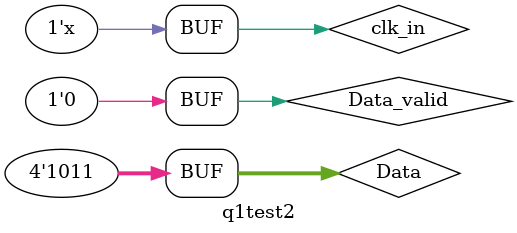
<source format=v>
`timescale 1ns / 1ps


module q1test2;

	// Inputs
	reg [3:0] Data;
	reg Data_valid;
	reg clk_in;

	// Outputs
	wire IO_Select;
	wire Data_valid_out;
	wire [3:0] Data_Out;
	wire clk_out;

	// Bidirs
	wire [3:0] Data_IO;

	// Instantiate the Unit Under Test (UUT)
	Q1_1 uut (
		.Data(Data), 
		.Data_valid(Data_valid), 
		.clk_in(clk_in), 
		.IO_Select(IO_Select), 
		.Data_valid_out(Data_valid_out), 
		.Data_Out(Data_Out), 
		.clk_out(clk_out), 
		.Data_IO(Data_IO)
	);

	initial begin
		// Initialize Inputs
		Data = 0;
		Data_valid = 1;
		clk_in = 0;
		// Wait 100 ns for global reset to finish
		#100;
      Data = 4'b1111;
		Data_valid = 0;
		#100;
		Data = 4'b1011;
		Data_valid = 1;
		#100;
		Data = 4'b0000;
		Data_valid = 1;
		#100;
		Data = 4'b1110;
		Data_valid = 1;
		#100;
		Data = 4'b1011;
		Data_valid = 0;
		#100;

		

		// Add stimulus here
	end
always #10 clk_in=~clk_in;
endmodule


</source>
